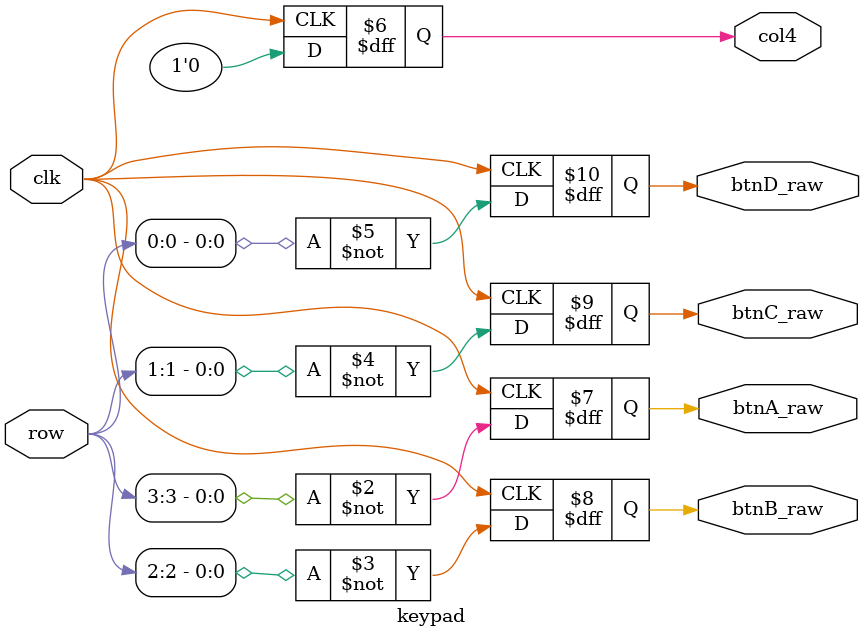
<source format=v>
module keypad(
    input clk,
    input  wire [3:0] row,   // JB[7:4]
    output reg      col4,    // JB[3]
    output reg      btnA_raw,
    output reg      btnB_raw,
    output reg      btnC_raw,
    output reg      btnD_raw
);

always @(posedge clk) begin
    // 1. Drive Column 4 LOW continuously to activate it
    col4 <= 1'b0;  
    
    // 2. Read Rows (Active Low)
    // We use the tilde (~) to flip 0 to 1.
    // We check individual bits so it works even if multiple buttons are pressed.
    
    btnA_raw <= ~row[3]; // Row 0 (JB7)  -> Button A
    btnB_raw <= ~row[2]; // Row 1 (JB8)  -> Button B
    btnC_raw <= ~row[1]; // Row 2 (JB9)  -> Button C
    btnD_raw <= ~row[0]; // Row 3 (JB10) -> Button D
end
endmodule
</source>
